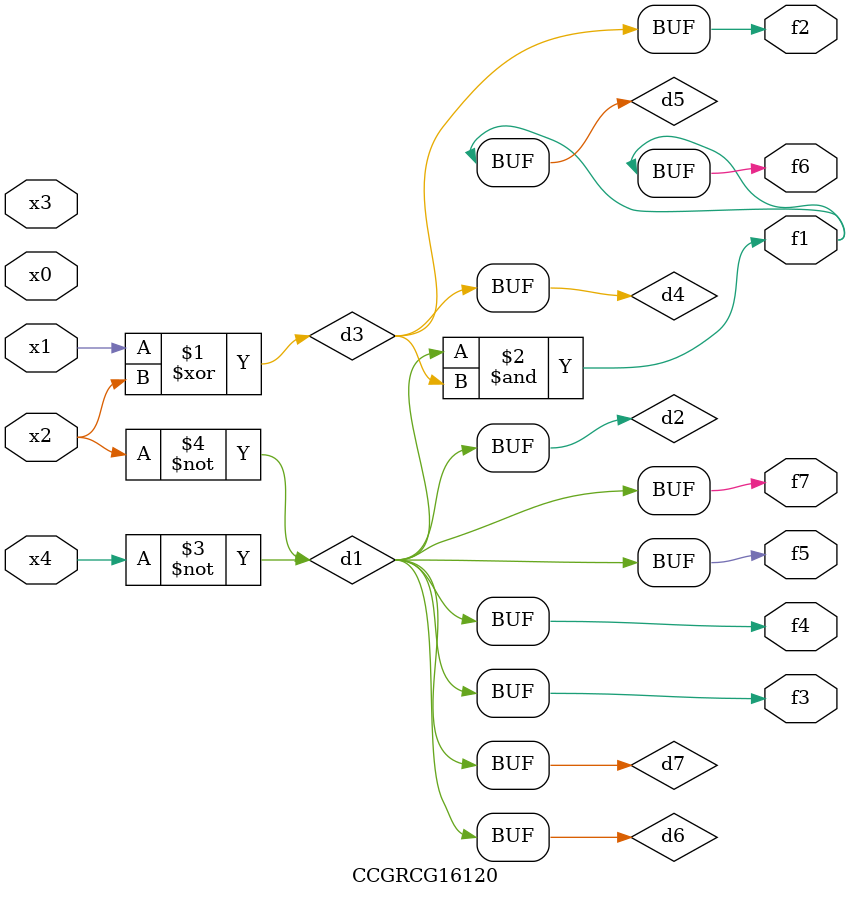
<source format=v>
module CCGRCG16120(
	input x0, x1, x2, x3, x4,
	output f1, f2, f3, f4, f5, f6, f7
);

	wire d1, d2, d3, d4, d5, d6, d7;

	not (d1, x4);
	not (d2, x2);
	xor (d3, x1, x2);
	buf (d4, d3);
	and (d5, d1, d3);
	buf (d6, d1, d2);
	buf (d7, d2);
	assign f1 = d5;
	assign f2 = d4;
	assign f3 = d7;
	assign f4 = d7;
	assign f5 = d7;
	assign f6 = d5;
	assign f7 = d7;
endmodule

</source>
